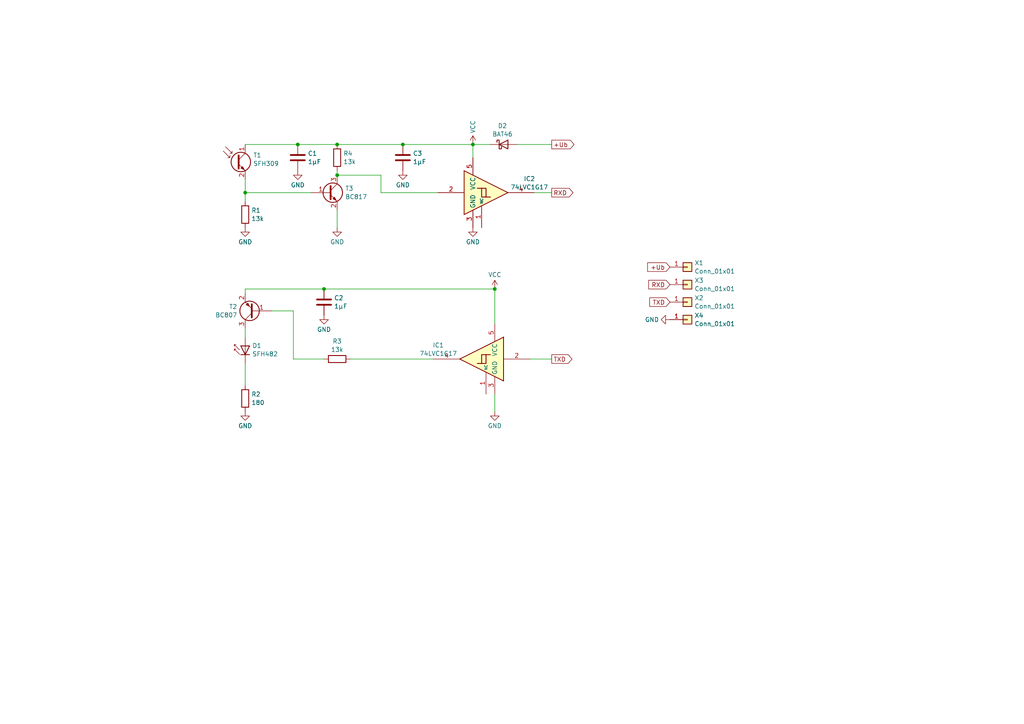
<source format=kicad_sch>
(kicad_sch (version 20230121) (generator eeschema)
  (paper "A4")
  (lib_symbols
    (symbol "74xGxx:74LVC1G17"
      (property "Reference" "U" (at 2.54 7.62 0))
      (property "Value" "74LVC1G17" (at 5.08 -7.62 0))
      (symbol "74LVC1G17_0_1"
        (polyline (pts (xy -2.54 1.27) (xy -1.27 1.27) (xy -1.27 -1.27)) (stroke (width 0.254)) (fill (type background)))
        (polyline (pts (xy -7.62 6.35) (xy -7.62 -6.35) (xy 5.08 0) (xy -7.62 6.35)) (stroke (width 0.254)) (fill (type background)))
        (polyline (pts (xy -3.81 1.27) (xy -2.54 1.27) (xy -2.54 -1.27) (xy 0 -1.27)) (stroke (width 0.254)) (fill (type background)))
      )
      (symbol "74LVC1G17_1_1"
        (pin free line (at -2.54 -10.16 90) (length 6.35) (name "NC") (number "1"))
        (pin input line (at -15.24 0 0) (length 7.62) (name "~") (number "2"))
        (pin power_in line (at -5.08 -10.16 90) (length 5.08) (name "GND") (number "3"))
        (pin output line (at 12.7 0 180) (length 7.62) (name "~") (number "4"))
        (pin power_in line (at -5.08 10.16 270) (length 5.08) (name "VCC") (number "5"))
      )
    )
    (symbol "Connector_Generic:Conn_01x01" (pin_names (offset 1.016) hide)
      (property "Reference" "J" (at 0 2.54 0))
      (property "Value" "Conn_01x01" (at 0 -2.54 0))
      (symbol "Conn_01x01_1_1"
        (rectangle (start -1.27 0.127) (end 0 -0.127) (stroke (width 0.1524)))
        (rectangle (start -1.27 1.27) (end 1.27 -1.27) (stroke (width 0.254)) (fill (type background)))
        (pin passive line (at -5.08 0 0) (length 3.81) (name "Pin_1") (number "1"))
      )
    )
    (symbol "Device:C" (pin_numbers hide) (pin_names (offset 0.254))
      (property "Reference" "C" (at 0.635 2.54 0))
      (property "Value" "C" (at 0.635 -2.54 0))
      (symbol "C_0_1"
        (polyline (pts (xy -2.032 -0.762) (xy 2.032 -0.762)) (stroke (width 0.508)))
        (polyline (pts (xy -2.032 0.762) (xy 2.032 0.762)) (stroke (width 0.508)))
      )
      (symbol "C_1_1"
        (pin passive line (at 0 3.81 270) (length 2.794) (name "~") (number "1"))
        (pin passive line (at 0 -3.81 90) (length 2.794) (name "~") (number "2"))
      )
    )
    (symbol "Device:R" (pin_numbers hide) (pin_names (offset 0))
      (property "Reference" "R" (at 2.032 0 90))
      (property "Value" "R" (at 0 0 90))
      (symbol "R_0_1"
        (rectangle (start -1.016 -2.54) (end 1.016 2.54) (stroke (width 0.254)))
      )
      (symbol "R_1_1"
        (pin passive line (at 0 3.81 270) (length 1.27) (name "~") (number "1"))
        (pin passive line (at 0 -3.81 90) (length 1.27) (name "~") (number "2"))
      )
    )
    (symbol "Diode:BAT46" (pin_numbers hide) (pin_names (offset 1.016) hide)
      (property "Reference" "D" (at 0 2.54 0))
      (property "Value" "BAT46" (at 0 -2.54 0))
      (symbol "BAT46_0_1"
        (polyline (pts (xy 1.27 0) (xy -1.27 0)))
        (polyline (pts (xy 1.27 1.27) (xy 1.27 -1.27) (xy -1.27 0) (xy 1.27 1.27)) (stroke (width 0.254)))
        (polyline (pts (xy -1.905 0.635) (xy -1.905 1.27) (xy -1.27 1.27) (xy -1.27 -1.27) (xy -0.635 -1.27) (xy -0.635 -0.635)) (stroke (width 0.254)))
      )
      (symbol "BAT46_1_1"
        (pin passive line (at -3.81 0 0) (length 2.54) (name "K") (number "1"))
        (pin passive line (at 3.81 0 180) (length 2.54) (name "A") (number "2"))
      )
    )
    (symbol "LED:SFH482" (pin_numbers hide) (pin_names (offset 1.016) hide)
      (property "Reference" "D" (at 0.508 1.778 0))
      (property "Value" "SFH482" (at -1.016 -2.794 0))
      (symbol "SFH482_0_1"
        (polyline (pts (xy -2.54 1.27) (xy -2.54 -1.27)) (stroke (width 0.254)))
        (polyline (pts (xy 0 0) (xy -2.54 0)))
        (polyline (pts (xy 0.381 3.175) (xy -0.127 3.175)))
        (polyline (pts (xy -1.143 1.651) (xy 0.381 3.175) (xy 0.381 2.667)))
        (polyline (pts (xy 0 1.27) (xy 0 -1.27) (xy -2.54 0) (xy 0 1.27)) (stroke (width 0.254)))
        (polyline (pts (xy -2.413 1.651) (xy -0.889 3.175) (xy -0.889 2.667) (xy -0.889 3.175) (xy -1.397 3.175)))
      )
      (symbol "SFH482_1_1"
        (pin passive line (at -5.08 0 0) (length 2.54) (name "K") (number "1"))
        (pin passive line (at 2.54 0 180) (length 2.54) (name "A") (number "2"))
      )
    )
    (symbol "Sensor_Optical:SFH309" (pin_names (offset 0) hide)
      (property "Reference" "Q" (at 5.08 1.27 0))
      (property "Value" "SFH309" (at 5.08 -1.27 0))
      (symbol "SFH309_0_1"
        (polyline (pts (xy -1.905 1.27) (xy -2.54 1.27)))
        (polyline (pts (xy -1.27 2.54) (xy -1.905 2.54)))
        (polyline (pts (xy 0.635 0.635) (xy 2.54 2.54)))
        (polyline (pts (xy -3.81 3.175) (xy -1.905 1.27) (xy -1.905 1.905)))
        (polyline (pts (xy -3.175 4.445) (xy -1.27 2.54) (xy -1.27 3.175)))
        (polyline (pts (xy 0.635 -0.635) (xy 2.54 -2.54) (xy 2.54 -2.54)))
        (polyline (pts (xy 0.635 1.905) (xy 0.635 -1.905) (xy 0.635 -1.905)) (stroke (width 0.508)))
        (polyline (pts (xy 1.27 -1.778) (xy 1.778 -1.27) (xy 2.286 -2.286) (xy 1.27 -1.778) (xy 1.27 -1.778)) (fill (type outline)))
        (circle (center 1.27 0) (radius 2.8194) (stroke (width 0.254)))
      )
      (symbol "SFH309_1_1"
        (pin passive line (at 2.54 5.08 270) (length 2.54) (name "C") (number "1"))
        (pin passive line (at 2.54 -5.08 90) (length 2.54) (name "E") (number "2"))
      )
    )
    (symbol "Transistor_BJT:BC807" (pin_names (offset 0) hide)
      (property "Reference" "Q" (at 5.08 1.905 0))
      (property "Value" "BC807" (at 5.08 0 0))
      (symbol "BC807_0_1"
        (polyline (pts (xy 0.635 0.635) (xy 2.54 2.54)))
        (polyline (pts (xy 0.635 -0.635) (xy 2.54 -2.54) (xy 2.54 -2.54)))
        (polyline (pts (xy 0.635 1.905) (xy 0.635 -1.905) (xy 0.635 -1.905)) (stroke (width 0.508)))
        (polyline (pts (xy 2.286 -1.778) (xy 1.778 -2.286) (xy 1.27 -1.27) (xy 2.286 -1.778) (xy 2.286 -1.778)) (fill (type outline)))
        (circle (center 1.27 0) (radius 2.8194) (stroke (width 0.254)))
      )
      (symbol "BC807_1_1"
        (pin input line (at -5.08 0 0) (length 5.715) (name "B") (number "1"))
        (pin passive line (at 2.54 -5.08 90) (length 2.54) (name "E") (number "2"))
        (pin passive line (at 2.54 5.08 270) (length 2.54) (name "C") (number "3"))
      )
    )
    (symbol "Transistor_BJT:BC817" (pin_names (offset 0) hide)
      (property "Reference" "Q" (at 5.08 1.905 0))
      (property "Value" "BC817" (at 5.08 0 0))
      (symbol "BC817_0_1"
        (polyline (pts (xy 0.635 0.635) (xy 2.54 2.54)))
        (polyline (pts (xy 0.635 -0.635) (xy 2.54 -2.54) (xy 2.54 -2.54)))
        (polyline (pts (xy 0.635 1.905) (xy 0.635 -1.905) (xy 0.635 -1.905)) (stroke (width 0.508)))
        (polyline (pts (xy 1.27 -1.778) (xy 1.778 -1.27) (xy 2.286 -2.286) (xy 1.27 -1.778) (xy 1.27 -1.778)) (fill (type outline)))
        (circle (center 1.27 0) (radius 2.8194) (stroke (width 0.254)))
      )
      (symbol "BC817_1_1"
        (pin input line (at -5.08 0 0) (length 5.715) (name "B") (number "1"))
        (pin passive line (at 2.54 -5.08 90) (length 2.54) (name "E") (number "2"))
        (pin passive line (at 2.54 5.08 270) (length 2.54) (name "C") (number "3"))
      )
    )
    (symbol "power:GND" (power) (pin_names (offset 0))
      (property "Value" "GND" (at 0 -3.81 0))
      (symbol "GND_0_1"
        (polyline (pts (xy 0 0) (xy 0 -1.27) (xy 1.27 -1.27) (xy 0 -2.54) (xy -1.27 -1.27) (xy 0 -1.27)))
      )
      (symbol "GND_1_1"
        (pin power_in line (at 0 0 270) (length 0) hide (name "GND") (number "1"))
      )
    )
    (symbol "power:VCC" (power) (pin_names (offset 0))
      (property "Value" "VCC" (at 0 3.81 0))
      (symbol "VCC_0_1"
        (polyline (pts (xy -0.762 1.27) (xy 0 2.54)))
        (polyline (pts (xy 0 0) (xy 0 2.54)))
        (polyline (pts (xy 0 2.54) (xy 0.762 1.27)))
      )
      (symbol "VCC_1_1"
        (pin power_in line (at 0 0 90) (length 0) hide (name "VCC") (number "1"))
      )
    )
  )
  (junction (at 143.51 83.82))
  (junction (at 116.84 41.91))
  (junction (at 137.16 41.91))
  (junction (at 97.79 41.91))
  (junction (at 71.12 55.88))
  (junction (at 93.98 83.82))
  (junction (at 97.79 50.8))
  (junction (at 86.36 41.91))
  (wire (pts (xy 93.98 83.82) (xy 143.51 83.82)))
  (wire (pts (xy 101.6 104.14) (xy 125.73 104.14)))
  (wire (pts (xy 137.16 41.91) (xy 142.24 41.91)))
  (wire (pts (xy 71.12 97.79) (xy 71.12 95.25)))
  (wire (pts (xy 71.12 55.88) (xy 71.12 58.42)))
  (wire (pts (xy 137.16 45.72) (xy 137.16 41.91)))
  (wire (pts (xy 86.36 41.91) (xy 97.79 41.91)))
  (wire (pts (xy 153.67 104.14) (xy 160.02 104.14)))
  (wire (pts (xy 143.51 114.3) (xy 143.51 119.38)))
  (wire (pts (xy 97.79 41.91) (xy 116.84 41.91)))
  (wire (pts (xy 110.49 50.8) (xy 97.79 50.8)))
  (wire (pts (xy 97.79 60.96) (xy 97.79 66.04)))
  (wire (pts (xy 110.49 55.88) (xy 110.49 50.8)))
  (wire (pts (xy 71.12 85.09) (xy 71.12 83.82)))
  (wire (pts (xy 154.94 55.88) (xy 160.02 55.88)))
  (wire (pts (xy 71.12 55.88) (xy 90.17 55.88)))
  (wire (pts (xy 149.86 41.91) (xy 160.02 41.91)))
  (wire (pts (xy 71.12 83.82) (xy 93.98 83.82)))
  (wire (pts (xy 78.74 90.17) (xy 85.09 90.17)))
  (wire (pts (xy 71.12 52.07) (xy 71.12 55.88)))
  (wire (pts (xy 143.51 93.98) (xy 143.51 83.82)))
  (wire (pts (xy 85.09 104.14) (xy 93.98 104.14)))
  (wire (pts (xy 71.12 41.91) (xy 86.36 41.91)))
  (wire (pts (xy 85.09 90.17) (xy 85.09 104.14)))
  (wire (pts (xy 97.79 49.53) (xy 97.79 50.8)))
  (wire (pts (xy 71.12 105.41) (xy 71.12 111.76)))
  (wire (pts (xy 137.16 41.91) (xy 116.84 41.91)))
  (wire (pts (xy 127 55.88) (xy 110.49 55.88)))
  (global_label "RXD" (shape input) (at 194.31 82.55 180) (property "Intersheetrefs" "${INTERSHEET_REFS}" (effects hide)))
  (global_label "+Ub" (shape input) (at 194.31 77.47 180) (property "Intersheetrefs" "${INTERSHEET_REFS}" (effects hide)))
  (global_label "TXD" (shape input) (at 194.31 87.63 180) (property "Intersheetrefs" "${INTERSHEET_REFS}" (effects hide)))
  (global_label "+Ub" (shape output) (at 160.02 41.91 0) (property "Intersheetrefs" "${INTERSHEET_REFS}" (effects hide)))
  (global_label "TXD" (shape output) (at 160.02 104.14 0) (property "Intersheetrefs" "${INTERSHEET_REFS}" (effects hide)))
  (global_label "RXD" (shape output) (at 160.02 55.88 0) (property "Intersheetrefs" "${INTERSHEET_REFS}" (effects hide)))
  (symbol (lib_id "power:GND") (at 143.51 119.38 0) (unit 1)
    (property "Reference" "#PWR010" (effects hide))
    (property "Value" "GND" (at 143.51 123.5131 0))
  )
  (symbol (lib_id "power:GND") (at 194.31 92.71 270) (unit 1)
    (property "Reference" "#PWR07" (effects hide))
    (property "Value" "GND" (at 191.1351 92.71 90) (effects (justify right)))
  )
  (symbol (lib_id "74xGxx:74LVC1G17") (at 138.43 104.14 0) (mirror y) (unit 1)
    (property "Reference" "IC1" (at 127.1247 100.1228 0))
    (property "Value" "74LVC1G17" (at 127.1247 102.547 0))
    (property "Footprint" "Package_TO_SOT_SMD:SOT-23-5_HandSoldering" (effects hide))
    (property "Datasheet" "https://www.ti.com/lit/ds/symlink/sn74lvc1g17.pdf" (effects hide))
  )
  (symbol (lib_id "Device:R") (at 71.12 62.23 0) (unit 1)
    (property "Reference" "R1" (at 72.898 61.0179 0) (effects (justify left)))
    (property "Value" "13k" (at 72.898 63.4421 0) (effects (justify left)))
    (property "Footprint" "Resistor_SMD:R_0805_2012Metric_Pad1.20x1.40mm_HandSolder" (effects hide))
  )
  (symbol (lib_id "Device:R") (at 97.79 45.72 0) (unit 1)
    (property "Reference" "R4" (at 99.568 44.5079 0) (effects (justify left)))
    (property "Value" "13k" (at 99.568 46.9321 0) (effects (justify left)))
    (property "Footprint" "Resistor_SMD:R_0805_2012Metric_Pad1.20x1.40mm_HandSolder" (effects hide))
  )
  (symbol (lib_id "Connector_Generic:Conn_01x01") (at 199.39 87.63 0) (unit 1)
    (property "Reference" "X2" (at 201.422 86.4179 0) (effects (justify left)))
    (property "Value" "Conn_01x01" (at 201.422 88.8421 0) (effects (justify left)))
    (property "Footprint" "Miscellaneous:SolderWirePad_1x01_SMD_2x3.5mm" (effects hide))
  )
  (symbol (lib_id "Device:R") (at 71.12 115.57 0) (unit 1)
    (property "Reference" "R2" (at 72.898 114.3579 0) (effects (justify left)))
    (property "Value" "180" (at 72.898 116.7821 0) (effects (justify left)))
    (property "Footprint" "Resistor_SMD:R_0805_2012Metric_Pad1.20x1.40mm_HandSolder" (effects hide))
  )
  (symbol (lib_id "Sensor_Optical:SFH309") (at 68.58 46.99 0) (unit 1)
    (property "Reference" "T1" (at 73.4314 45.0286 0) (effects (justify left)))
    (property "Value" "SFH309" (at 73.4314 47.4528 0) (effects (justify left)))
    (property "Footprint" "LED_THT:LED_D3.0mm_Clear" (effects hide))
    (property "Datasheet" "http://www.osram-os.com/Graphics/XPic2/00101811_0.pdf/SFH%20309,%20SFH%20309%20FA,%20Lead%20(Pb)%20Free%20Product%20-%20RoHS%20Compliant.pdf" (effects hide))
  )
  (symbol (lib_id "Transistor_BJT:BC817") (at 95.25 55.88 0) (unit 1)
    (property "Reference" "T3" (at 100.1014 54.6679 0) (effects (justify left)))
    (property "Value" "BC817" (at 100.1014 57.0921 0) (effects (justify left)))
    (property "Footprint" "Package_TO_SOT_SMD:SOT-23" (effects hide))
    (property "Datasheet" "https://www.onsemi.com/pub/Collateral/BC818-D.pdf" (effects hide))
  )
  (symbol (lib_id "Connector_Generic:Conn_01x01") (at 199.39 92.71 0) (unit 1)
    (property "Reference" "X4" (at 201.422 91.4979 0) (effects (justify left)))
    (property "Value" "Conn_01x01" (at 201.422 93.9221 0) (effects (justify left)))
    (property "Footprint" "Miscellaneous:SolderWirePad_1x01_SMD_2x3.5mm" (effects hide))
  )
  (symbol (lib_id "Device:C") (at 86.36 45.72 0) (unit 1)
    (property "Reference" "C1" (at 89.281 44.5079 0) (effects (justify left)))
    (property "Value" "1µF" (at 89.281 46.9321 0) (effects (justify left)))
    (property "Footprint" "Capacitor_SMD:C_0805_2012Metric_Pad1.18x1.45mm_HandSolder" (effects hide))
  )
  (symbol (lib_id "power:GND") (at 86.36 49.53 0) (unit 1)
    (property "Reference" "#PWR03" (effects hide))
    (property "Value" "GND" (at 86.36 53.6631 0))
  )
  (symbol (lib_id "power:VCC") (at 137.16 41.91 0) (unit 1)
    (property "Reference" "#PWR06" (effects hide))
    (property "Value" "VCC" (at 137.16 38.735 90) (effects (justify left)))
  )
  (symbol (lib_id "Connector_Generic:Conn_01x01") (at 199.39 77.47 0) (unit 1)
    (property "Reference" "X1" (at 201.422 76.2579 0) (effects (justify left)))
    (property "Value" "Conn_01x01" (at 201.422 78.6821 0) (effects (justify left)))
    (property "Footprint" "Miscellaneous:SolderWirePad_1x01_SMD_2x3.5mm" (effects hide))
  )
  (symbol (lib_id "power:GND") (at 137.16 66.04 0) (unit 1)
    (property "Reference" "#PWR05" (effects hide))
    (property "Value" "GND" (at 137.16 70.1731 0))
  )
  (symbol (lib_id "power:GND") (at 97.79 66.04 0) (unit 1)
    (property "Reference" "#PWR02" (effects hide))
    (property "Value" "GND" (at 97.79 70.1731 0))
  )
  (symbol (lib_id "Transistor_BJT:BC807") (at 73.66 90.17 180) (unit 1)
    (property "Reference" "T2" (at 68.8087 88.9579 0) (effects (justify left)))
    (property "Value" "BC807" (at 68.8087 91.3821 0) (effects (justify left)))
    (property "Footprint" "Package_TO_SOT_SMD:SOT-23" (effects hide))
    (property "Datasheet" "https://www.onsemi.com/pub/Collateral/BC808-D.pdf" (effects hide))
  )
  (symbol (lib_id "power:GND") (at 71.12 119.38 0) (unit 1)
    (property "Reference" "#PWR09" (effects hide))
    (property "Value" "GND" (at 71.12 123.5131 0))
  )
  (symbol (lib_id "Device:C") (at 93.98 87.63 0) (unit 1)
    (property "Reference" "C2" (at 96.901 86.4179 0) (effects (justify left)))
    (property "Value" "1µF" (at 96.901 88.8421 0) (effects (justify left)))
    (property "Footprint" "Capacitor_SMD:C_0805_2012Metric_Pad1.18x1.45mm_HandSolder" (effects hide))
  )
  (symbol (lib_id "power:GND") (at 116.84 49.53 0) (unit 1)
    (property "Reference" "#PWR04" (effects hide))
    (property "Value" "GND" (at 116.84 53.6631 0))
  )
  (symbol (lib_id "power:VCC") (at 143.51 83.82 0) (unit 1)
    (property "Reference" "#PWR011" (effects hide))
    (property "Value" "VCC" (at 143.51 79.6869 0))
  )
  (symbol (lib_id "power:GND") (at 93.98 91.44 0) (unit 1)
    (property "Reference" "#PWR08" (effects hide))
    (property "Value" "GND" (at 93.98 95.5731 0))
  )
  (symbol (lib_id "74xGxx:74LVC1G17") (at 142.24 55.88 0) (unit 1)
    (property "Reference" "IC2" (at 153.5453 51.8628 0))
    (property "Value" "74LVC1G17" (at 153.5453 54.287 0))
    (property "Footprint" "Package_TO_SOT_SMD:SOT-23-5_HandSoldering" (effects hide))
    (property "Datasheet" "https://www.ti.com/lit/ds/symlink/sn74lvc1g17.pdf" (effects hide))
  )
  (symbol (lib_id "Device:C") (at 116.84 45.72 0) (unit 1)
    (property "Reference" "C3" (at 119.761 44.5079 0) (effects (justify left)))
    (property "Value" "1µF" (at 119.761 46.9321 0) (effects (justify left)))
    (property "Footprint" "Capacitor_SMD:C_0805_2012Metric_Pad1.18x1.45mm_HandSolder" (effects hide))
  )
  (symbol (lib_id "Diode:BAT46") (at 146.05 41.91 0) (unit 1)
    (property "Reference" "D2" (at 145.7325 36.4957 0))
    (property "Value" "BAT46" (at 145.7325 38.9199 0))
    (property "Footprint" "Diode_SMD:D_SOD-123" (effects hide))
    (property "Datasheet" "http://www.vishay.com/docs/85662/bat46.pdf" (effects hide))
  )
  (symbol (lib_id "Device:R") (at 97.79 104.14 90) (unit 1)
    (property "Reference" "R3" (at 97.79 98.9797 90))
    (property "Value" "13k" (at 97.79 101.4039 90))
    (property "Footprint" "Resistor_SMD:R_0805_2012Metric_Pad1.20x1.40mm_HandSolder" (effects hide))
  )
  (symbol (lib_id "LED:SFH482") (at 71.12 100.33 90) (unit 1)
    (property "Reference" "D1" (at 73.152 100.2609 90) (effects (justify right)))
    (property "Value" "SFH482" (at 73.152 102.6851 90) (effects (justify right)))
    (property "Footprint" "LED_THT:LED_D3.0mm_Clear" (effects hide))
    (property "Datasheet" "http://www.osram-os.com/Graphics/XPic2/00182155_0.pdf/SFH%20482%20E7800,%20Lead%20(Pb)%20Free%20Product%20-%20RoHS%20Compliant.pdf" (effects hide))
  )
  (symbol (lib_id "power:GND") (at 71.12 66.04 0) (unit 1)
    (property "Reference" "#PWR01" (effects hide))
    (property "Value" "GND" (at 71.12 70.1731 0))
  )
  (symbol (lib_id "Connector_Generic:Conn_01x01") (at 199.39 82.55 0) (unit 1)
    (property "Reference" "X3" (at 201.422 81.3379 0) (effects (justify left)))
    (property "Value" "Conn_01x01" (at 201.422 83.7621 0) (effects (justify left)))
    (property "Footprint" "Miscellaneous:SolderWirePad_1x01_SMD_2x3.5mm" (effects hide))
  )
)
</source>
